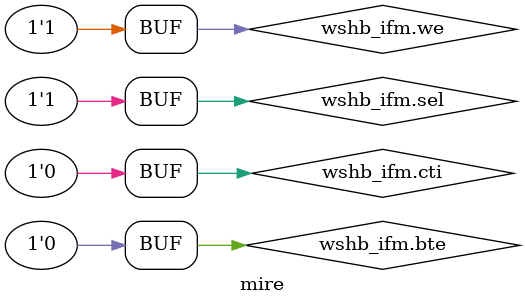
<source format=sv>
module mire #(
    parameter HDISP = 800,
    parameter VDISP = 480
) (
    wshb_if.master wshb_ifm
);

  logic [5:0] cycleCpt;

  // Insérer un cycle à vide (avec cyc et stb à 0) toutes les 64 requêtes d'écriture
  always_ff @(posedge wshb_ifm.clk) begin
    if (wshb_ifm.rst || cycleCpt == 63) begin
      cycleCpt <= 0;
      wshb_ifm.stb <= 0;
    end else begin
      wshb_ifm.stb <= 1;
      cycleCpt <= cycleCpt + wshb_ifm.ack;
    end
  end
  assign wshb_ifm.cyc = wshb_ifm.stb;

  logic pixelCpt_aux;

  // Compteurs
  logic [$clog2(HDISP) - 1:0] pixelCpt;
  logic [$clog2(VDISP) - 1:0] ligneCpt;

  // Gestionnaire de compteur horizontal
  always_ff @(posedge wshb_ifm.clk) begin
    if (wshb_ifm.rst || pixelCpt_aux) begin
      pixelCpt <= 0;
    end else begin
      pixelCpt <= pixelCpt + wshb_ifm.ack;
    end
  end

  // Gestionnaire de compteur vertical
  always_ff @(posedge wshb_ifm.clk) begin
    if (wshb_ifm.rst || ligneCpt == VDISP) begin
      ligneCpt <= 0;
    end else begin
      ligneCpt <= ligneCpt + pixelCpt_aux;
    end
  end

  // Distributeur de signal 
  assign wshb_ifm.dat_ms = ((pixelCpt % 16) && (ligneCpt % 16)) ? 32'h00000000 : 32'h00FFFFFF;

  // Compteur de pixels (largeur maximale)
  assign pixelCpt_aux = pixelCpt == HDISP - 1;

  // Adresse
  always_ff @(posedge wshb_ifm.clk) begin
    if (wshb_ifm.rst || (wshb_ifm.adr == (4 * (HDISP * VDISP - 1)))) begin
      wshb_ifm.adr <= 0;
    end else if (wshb_ifm.ack) begin
      wshb_ifm.adr = wshb_ifm.adr + 4;
    end
  end

  // D'autres signaux
  always_comb begin
    wshb_ifm.we  = 1;
    wshb_ifm.sel = 4'hF;
    wshb_ifm.cti = 0;
    wshb_ifm.bte = 0;
  end
endmodule

</source>
